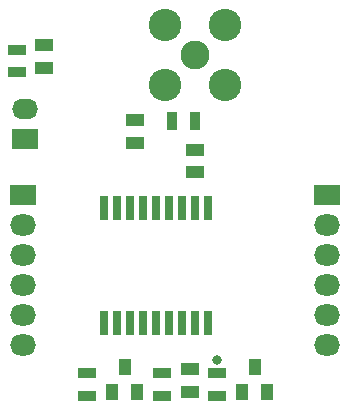
<source format=gts>
G04*
G04 #@! TF.GenerationSoftware,Altium Limited,Altium Designer,19.0.10 (269)*
G04*
G04 Layer_Color=8388736*
%FSLAX25Y25*%
%MOIN*%
G70*
G01*
G75*
%ADD17R,0.03150X0.07874*%
%ADD18R,0.05906X0.03543*%
%ADD19R,0.05906X0.04331*%
%ADD20R,0.03543X0.05906*%
%ADD21R,0.04016X0.05197*%
%ADD22C,0.09646*%
%ADD23C,0.10827*%
%ADD24O,0.08661X0.06693*%
%ADD25R,0.08661X0.06693*%
%ADD26O,0.08661X0.07087*%
%ADD27R,0.08661X0.07087*%
%ADD28C,0.03150*%
D17*
X69882Y-108563D02*
D03*
X35236D02*
D03*
X43898D02*
D03*
X39567D02*
D03*
X48228D02*
D03*
X52559D02*
D03*
X56890D02*
D03*
X61221D02*
D03*
X65551D02*
D03*
X35236Y-70374D02*
D03*
X39567D02*
D03*
X43898D02*
D03*
X48228D02*
D03*
X52559D02*
D03*
X56890D02*
D03*
X61221D02*
D03*
X65551D02*
D03*
X69882D02*
D03*
D18*
X72835Y-132972D02*
D03*
Y-125492D02*
D03*
X6299Y-25000D02*
D03*
Y-17520D02*
D03*
X29528Y-132874D02*
D03*
Y-125394D02*
D03*
X54724Y-125394D02*
D03*
Y-132874D02*
D03*
D19*
X65748Y-50984D02*
D03*
Y-58465D02*
D03*
X45669Y-48622D02*
D03*
Y-41142D02*
D03*
X15354Y-23524D02*
D03*
Y-16043D02*
D03*
X63779Y-124114D02*
D03*
Y-131595D02*
D03*
D20*
X58071Y-41339D02*
D03*
X65551D02*
D03*
D21*
X46281Y-131740D02*
D03*
X38013D02*
D03*
X42147Y-123472D02*
D03*
X89589Y-131543D02*
D03*
X81322D02*
D03*
X85455Y-123275D02*
D03*
D22*
X65650Y-19488D02*
D03*
D23*
X55650Y-29488D02*
D03*
Y-9488D02*
D03*
X75650D02*
D03*
Y-29488D02*
D03*
D24*
X9055Y-37244D02*
D03*
D25*
Y-47244D02*
D03*
D26*
X8268Y-116142D02*
D03*
Y-106142D02*
D03*
Y-96142D02*
D03*
Y-86142D02*
D03*
Y-76142D02*
D03*
X109449Y-116142D02*
D03*
Y-106142D02*
D03*
Y-96142D02*
D03*
Y-86142D02*
D03*
Y-76142D02*
D03*
D27*
X8268Y-66142D02*
D03*
X109449D02*
D03*
D28*
X72835Y-120866D02*
D03*
M02*

</source>
